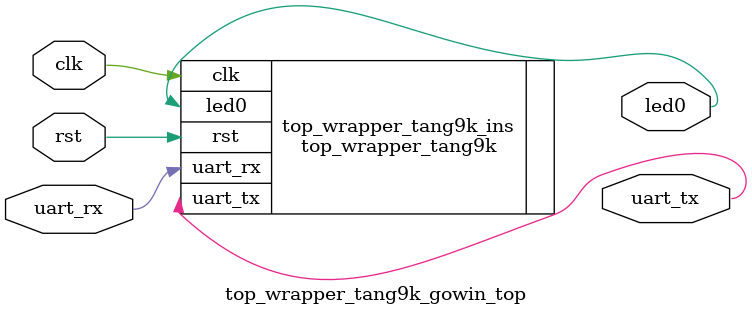
<source format=v>

module top_wrapper_tang9k_gowin_top (
    clk,
    rst,
    uart_rx,
    uart_tx,
    led0
);
input clk;
input rst;
input uart_rx;
output uart_tx;
output led0;
top_wrapper_tang9k top_wrapper_tang9k_ins (
    .clk(clk),
    .rst(rst),
    .uart_rx(uart_rx),
    .uart_tx(uart_tx),
    .led0(led0)
);
endmodule

</source>
